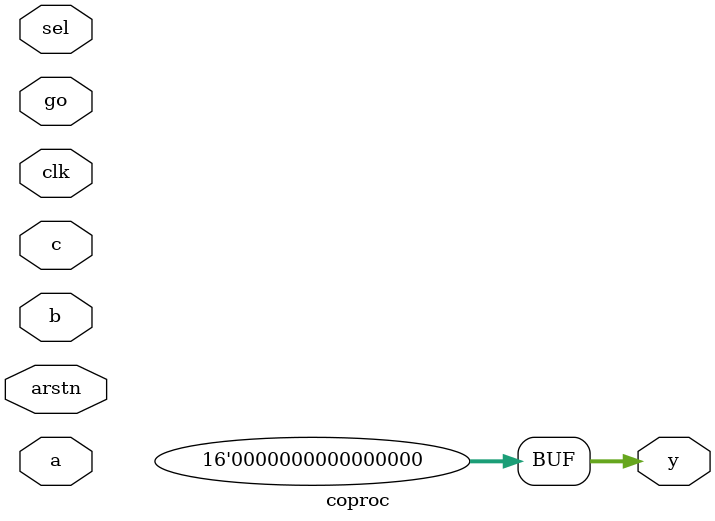
<source format=v>

`default_nettype none
module coproc
#(
  parameter WIDTH = 16
)
(
  input wire  clk,
  input wire  arstn,
  input wire  [10:0] sel,
  input wire  go,
  output wire [WIDTH-1:0] y,
  input wire  [WIDTH-1:0] a,
  input wire  [WIDTH-1:0] b,
  input wire  [WIDTH-1:0] c
);

  assign y = 1'b0;

endmodule

</source>
